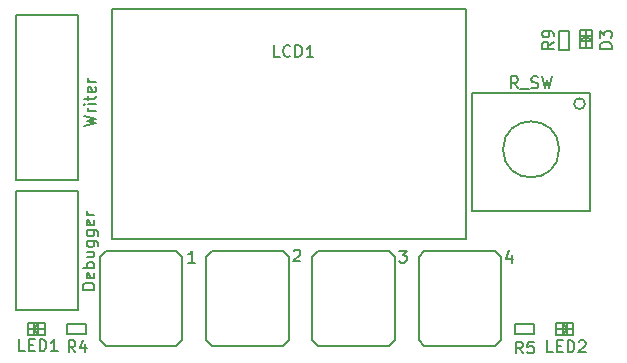
<source format=gto>
G04 #@! TF.GenerationSoftware,KiCad,Pcbnew,(5.0.0)*
G04 #@! TF.CreationDate,2018-08-26T14:27:57+09:00*
G04 #@! TF.ProjectId,lancer_subbord,6C616E6365725F737562626F72642E6B,rev?*
G04 #@! TF.SameCoordinates,Original*
G04 #@! TF.FileFunction,Legend,Top*
G04 #@! TF.FilePolarity,Positive*
%FSLAX46Y46*%
G04 Gerber Fmt 4.6, Leading zero omitted, Abs format (unit mm)*
G04 Created by KiCad (PCBNEW (5.0.0)) date 08/26/18 14:27:57*
%MOMM*%
%LPD*%
G01*
G04 APERTURE LIST*
%ADD10C,0.150000*%
G04 APERTURE END LIST*
D10*
G04 #@! TO.C,R_SW*
X176084619Y-94500000D02*
G75*
G03X176084619Y-94500000I-459619J0D01*
G01*
X173896708Y-98375000D02*
G75*
G03X173896708Y-98375000I-2371708J0D01*
G01*
X166525000Y-93625000D02*
X166525000Y-103625000D01*
X166525000Y-103625000D02*
X176525000Y-103625000D01*
X176525000Y-93625000D02*
X176525000Y-103625000D01*
X166525000Y-93625000D02*
X176525000Y-93625000D01*
G04 #@! TO.C,LCD1*
X136000000Y-106000000D02*
X166000000Y-106000000D01*
X136000000Y-86500000D02*
X136000000Y-106000000D01*
X166000000Y-86500000D02*
X136000000Y-86500000D01*
X166000000Y-106000000D02*
X166000000Y-86500000D01*
G04 #@! TO.C,Writer*
X133200000Y-101000000D02*
X133200000Y-87000000D01*
X127900000Y-101000000D02*
X133200000Y-101000000D01*
X127900000Y-101000000D02*
X127900000Y-87000000D01*
X127900000Y-87000000D02*
X133200000Y-87000000D01*
G04 #@! TO.C,3*
X153000000Y-114500000D02*
X153500000Y-115000000D01*
X153500000Y-107000000D02*
X153000000Y-107500000D01*
X160000000Y-107500000D02*
X159500000Y-107000000D01*
X160000000Y-114500000D02*
X159500000Y-115000000D01*
X153000000Y-114500000D02*
X153000000Y-107500000D01*
X153500000Y-107000000D02*
X159500000Y-107000000D01*
X159500000Y-115000000D02*
X153500000Y-115000000D01*
X160000000Y-107500000D02*
X160000000Y-114500000D01*
G04 #@! TO.C,1*
X135000000Y-114500000D02*
X135500000Y-115000000D01*
X135500000Y-107000000D02*
X135000000Y-107500000D01*
X142000000Y-107500000D02*
X141500000Y-107000000D01*
X142000000Y-114500000D02*
X141500000Y-115000000D01*
X135000000Y-114500000D02*
X135000000Y-107500000D01*
X135500000Y-107000000D02*
X141500000Y-107000000D01*
X141500000Y-115000000D02*
X135500000Y-115000000D01*
X142000000Y-107500000D02*
X142000000Y-114500000D01*
G04 #@! TO.C,R9*
X174700000Y-88350000D02*
X174700000Y-89950000D01*
X174700000Y-88350000D02*
X173900000Y-88350000D01*
X173900000Y-88350000D02*
X173900000Y-89950000D01*
X174700000Y-89950000D02*
X173900000Y-89950000D01*
G04 #@! TO.C,R5*
X170150000Y-113200000D02*
X171750000Y-113200000D01*
X170150000Y-113200000D02*
X170150000Y-114000000D01*
X170150000Y-114000000D02*
X171750000Y-114000000D01*
X171750000Y-113200000D02*
X171750000Y-114000000D01*
G04 #@! TO.C,R4*
X133850000Y-114000000D02*
X132250000Y-114000000D01*
X133850000Y-114000000D02*
X133850000Y-113200000D01*
X133850000Y-113200000D02*
X132250000Y-113200000D01*
X132250000Y-114000000D02*
X132250000Y-113200000D01*
G04 #@! TO.C,Debugger*
X133200000Y-101900000D02*
X133200000Y-112000000D01*
X127900000Y-102000000D02*
X127900000Y-112000000D01*
X127900000Y-112000000D02*
X127900000Y-101900000D01*
X127900000Y-112000000D02*
X133200000Y-112000000D01*
X127900000Y-101900000D02*
X133200000Y-101900000D01*
G04 #@! TO.C,D3*
X176200000Y-88300000D02*
X176200000Y-89800000D01*
X176200000Y-88800000D02*
X175700000Y-88800000D01*
X176200000Y-88800000D02*
X176700000Y-88800000D01*
X176700000Y-89200000D02*
X176200000Y-88800000D01*
X176200000Y-88800000D02*
X175700000Y-89200000D01*
X175700000Y-89200000D02*
X176700000Y-89200000D01*
X175700000Y-88300000D02*
X176700000Y-88300000D01*
X175700000Y-89800000D02*
X175700000Y-88300000D01*
X176700000Y-89800000D02*
X175700000Y-89800000D01*
X176700000Y-88300000D02*
X176700000Y-89800000D01*
G04 #@! TO.C,LED2*
X175100000Y-113600000D02*
X173600000Y-113600000D01*
X174600000Y-113600000D02*
X174600000Y-113100000D01*
X174600000Y-113600000D02*
X174600000Y-114100000D01*
X174200000Y-114100000D02*
X174600000Y-113600000D01*
X174600000Y-113600000D02*
X174200000Y-113100000D01*
X174200000Y-113100000D02*
X174200000Y-114100000D01*
X175100000Y-113100000D02*
X175100000Y-114100000D01*
X173600000Y-113100000D02*
X175100000Y-113100000D01*
X173600000Y-114100000D02*
X173600000Y-113100000D01*
X175100000Y-114100000D02*
X173600000Y-114100000D01*
G04 #@! TO.C,LED1*
X128900000Y-113600000D02*
X130400000Y-113600000D01*
X129400000Y-113600000D02*
X129400000Y-114100000D01*
X129400000Y-113600000D02*
X129400000Y-113100000D01*
X129800000Y-113100000D02*
X129400000Y-113600000D01*
X129400000Y-113600000D02*
X129800000Y-114100000D01*
X129800000Y-114100000D02*
X129800000Y-113100000D01*
X128900000Y-114100000D02*
X128900000Y-113100000D01*
X130400000Y-114100000D02*
X128900000Y-114100000D01*
X130400000Y-113100000D02*
X130400000Y-114100000D01*
X128900000Y-113100000D02*
X130400000Y-113100000D01*
G04 #@! TO.C,2*
X144000000Y-114500000D02*
X144500000Y-115000000D01*
X144500000Y-107000000D02*
X144000000Y-107500000D01*
X151000000Y-107500000D02*
X150500000Y-107000000D01*
X151000000Y-114500000D02*
X150500000Y-115000000D01*
X144000000Y-114500000D02*
X144000000Y-107500000D01*
X144500000Y-107000000D02*
X150500000Y-107000000D01*
X150500000Y-115000000D02*
X144500000Y-115000000D01*
X151000000Y-107500000D02*
X151000000Y-114500000D01*
G04 #@! TO.C,4*
X162000000Y-114500000D02*
X162500000Y-115000000D01*
X162500000Y-107000000D02*
X162000000Y-107500000D01*
X169000000Y-107500000D02*
X168500000Y-107000000D01*
X169000000Y-114500000D02*
X168500000Y-115000000D01*
X162000000Y-114500000D02*
X162000000Y-107500000D01*
X162500000Y-107000000D02*
X168500000Y-107000000D01*
X168500000Y-115000000D02*
X162500000Y-115000000D01*
X169000000Y-107500000D02*
X169000000Y-114500000D01*
G04 #@! TO.C,R_SW*
X170405952Y-93202380D02*
X170072619Y-92726190D01*
X169834523Y-93202380D02*
X169834523Y-92202380D01*
X170215476Y-92202380D01*
X170310714Y-92250000D01*
X170358333Y-92297619D01*
X170405952Y-92392857D01*
X170405952Y-92535714D01*
X170358333Y-92630952D01*
X170310714Y-92678571D01*
X170215476Y-92726190D01*
X169834523Y-92726190D01*
X170596428Y-93297619D02*
X171358333Y-93297619D01*
X171548809Y-93154761D02*
X171691666Y-93202380D01*
X171929761Y-93202380D01*
X172025000Y-93154761D01*
X172072619Y-93107142D01*
X172120238Y-93011904D01*
X172120238Y-92916666D01*
X172072619Y-92821428D01*
X172025000Y-92773809D01*
X171929761Y-92726190D01*
X171739285Y-92678571D01*
X171644047Y-92630952D01*
X171596428Y-92583333D01*
X171548809Y-92488095D01*
X171548809Y-92392857D01*
X171596428Y-92297619D01*
X171644047Y-92250000D01*
X171739285Y-92202380D01*
X171977380Y-92202380D01*
X172120238Y-92250000D01*
X172453571Y-92202380D02*
X172691666Y-93202380D01*
X172882142Y-92488095D01*
X173072619Y-93202380D01*
X173310714Y-92202380D01*
G04 #@! TO.C,LCD1*
X150233333Y-90552380D02*
X149757142Y-90552380D01*
X149757142Y-89552380D01*
X151138095Y-90457142D02*
X151090476Y-90504761D01*
X150947619Y-90552380D01*
X150852380Y-90552380D01*
X150709523Y-90504761D01*
X150614285Y-90409523D01*
X150566666Y-90314285D01*
X150519047Y-90123809D01*
X150519047Y-89980952D01*
X150566666Y-89790476D01*
X150614285Y-89695238D01*
X150709523Y-89600000D01*
X150852380Y-89552380D01*
X150947619Y-89552380D01*
X151090476Y-89600000D01*
X151138095Y-89647619D01*
X151566666Y-90552380D02*
X151566666Y-89552380D01*
X151804761Y-89552380D01*
X151947619Y-89600000D01*
X152042857Y-89695238D01*
X152090476Y-89790476D01*
X152138095Y-89980952D01*
X152138095Y-90123809D01*
X152090476Y-90314285D01*
X152042857Y-90409523D01*
X151947619Y-90504761D01*
X151804761Y-90552380D01*
X151566666Y-90552380D01*
X153090476Y-90552380D02*
X152519047Y-90552380D01*
X152804761Y-90552380D02*
X152804761Y-89552380D01*
X152709523Y-89695238D01*
X152614285Y-89790476D01*
X152519047Y-89838095D01*
G04 #@! TO.C,Writer*
X133652380Y-96400000D02*
X134652380Y-96161904D01*
X133938095Y-95971428D01*
X134652380Y-95780952D01*
X133652380Y-95542857D01*
X134652380Y-95161904D02*
X133985714Y-95161904D01*
X134176190Y-95161904D02*
X134080952Y-95114285D01*
X134033333Y-95066666D01*
X133985714Y-94971428D01*
X133985714Y-94876190D01*
X134652380Y-94542857D02*
X133985714Y-94542857D01*
X133652380Y-94542857D02*
X133700000Y-94590476D01*
X133747619Y-94542857D01*
X133700000Y-94495238D01*
X133652380Y-94542857D01*
X133747619Y-94542857D01*
X133985714Y-94209523D02*
X133985714Y-93828571D01*
X133652380Y-94066666D02*
X134509523Y-94066666D01*
X134604761Y-94019047D01*
X134652380Y-93923809D01*
X134652380Y-93828571D01*
X134604761Y-93114285D02*
X134652380Y-93209523D01*
X134652380Y-93400000D01*
X134604761Y-93495238D01*
X134509523Y-93542857D01*
X134128571Y-93542857D01*
X134033333Y-93495238D01*
X133985714Y-93400000D01*
X133985714Y-93209523D01*
X134033333Y-93114285D01*
X134128571Y-93066666D01*
X134223809Y-93066666D01*
X134319047Y-93542857D01*
X134652380Y-92638095D02*
X133985714Y-92638095D01*
X134176190Y-92638095D02*
X134080952Y-92590476D01*
X134033333Y-92542857D01*
X133985714Y-92447619D01*
X133985714Y-92352380D01*
G04 #@! TO.C,3*
X160366666Y-106952380D02*
X160985714Y-106952380D01*
X160652380Y-107333333D01*
X160795238Y-107333333D01*
X160890476Y-107380952D01*
X160938095Y-107428571D01*
X160985714Y-107523809D01*
X160985714Y-107761904D01*
X160938095Y-107857142D01*
X160890476Y-107904761D01*
X160795238Y-107952380D01*
X160509523Y-107952380D01*
X160414285Y-107904761D01*
X160366666Y-107857142D01*
G04 #@! TO.C,1*
X143085714Y-107952380D02*
X142514285Y-107952380D01*
X142800000Y-107952380D02*
X142800000Y-106952380D01*
X142704761Y-107095238D01*
X142609523Y-107190476D01*
X142514285Y-107238095D01*
G04 #@! TO.C,R9*
X173452380Y-89266666D02*
X172976190Y-89600000D01*
X173452380Y-89838095D02*
X172452380Y-89838095D01*
X172452380Y-89457142D01*
X172500000Y-89361904D01*
X172547619Y-89314285D01*
X172642857Y-89266666D01*
X172785714Y-89266666D01*
X172880952Y-89314285D01*
X172928571Y-89361904D01*
X172976190Y-89457142D01*
X172976190Y-89838095D01*
X173452380Y-88790476D02*
X173452380Y-88600000D01*
X173404761Y-88504761D01*
X173357142Y-88457142D01*
X173214285Y-88361904D01*
X173023809Y-88314285D01*
X172642857Y-88314285D01*
X172547619Y-88361904D01*
X172500000Y-88409523D01*
X172452380Y-88504761D01*
X172452380Y-88695238D01*
X172500000Y-88790476D01*
X172547619Y-88838095D01*
X172642857Y-88885714D01*
X172880952Y-88885714D01*
X172976190Y-88838095D01*
X173023809Y-88790476D01*
X173071428Y-88695238D01*
X173071428Y-88504761D01*
X173023809Y-88409523D01*
X172976190Y-88361904D01*
X172880952Y-88314285D01*
G04 #@! TO.C,R5*
X170833333Y-115652380D02*
X170500000Y-115176190D01*
X170261904Y-115652380D02*
X170261904Y-114652380D01*
X170642857Y-114652380D01*
X170738095Y-114700000D01*
X170785714Y-114747619D01*
X170833333Y-114842857D01*
X170833333Y-114985714D01*
X170785714Y-115080952D01*
X170738095Y-115128571D01*
X170642857Y-115176190D01*
X170261904Y-115176190D01*
X171738095Y-114652380D02*
X171261904Y-114652380D01*
X171214285Y-115128571D01*
X171261904Y-115080952D01*
X171357142Y-115033333D01*
X171595238Y-115033333D01*
X171690476Y-115080952D01*
X171738095Y-115128571D01*
X171785714Y-115223809D01*
X171785714Y-115461904D01*
X171738095Y-115557142D01*
X171690476Y-115604761D01*
X171595238Y-115652380D01*
X171357142Y-115652380D01*
X171261904Y-115604761D01*
X171214285Y-115557142D01*
G04 #@! TO.C,R4*
X132933333Y-115552380D02*
X132600000Y-115076190D01*
X132361904Y-115552380D02*
X132361904Y-114552380D01*
X132742857Y-114552380D01*
X132838095Y-114600000D01*
X132885714Y-114647619D01*
X132933333Y-114742857D01*
X132933333Y-114885714D01*
X132885714Y-114980952D01*
X132838095Y-115028571D01*
X132742857Y-115076190D01*
X132361904Y-115076190D01*
X133790476Y-114885714D02*
X133790476Y-115552380D01*
X133552380Y-114504761D02*
X133314285Y-115219047D01*
X133933333Y-115219047D01*
G04 #@! TO.C,Debugger*
X134552380Y-110238095D02*
X133552380Y-110238095D01*
X133552380Y-110000000D01*
X133600000Y-109857142D01*
X133695238Y-109761904D01*
X133790476Y-109714285D01*
X133980952Y-109666666D01*
X134123809Y-109666666D01*
X134314285Y-109714285D01*
X134409523Y-109761904D01*
X134504761Y-109857142D01*
X134552380Y-110000000D01*
X134552380Y-110238095D01*
X134504761Y-108857142D02*
X134552380Y-108952380D01*
X134552380Y-109142857D01*
X134504761Y-109238095D01*
X134409523Y-109285714D01*
X134028571Y-109285714D01*
X133933333Y-109238095D01*
X133885714Y-109142857D01*
X133885714Y-108952380D01*
X133933333Y-108857142D01*
X134028571Y-108809523D01*
X134123809Y-108809523D01*
X134219047Y-109285714D01*
X134552380Y-108380952D02*
X133552380Y-108380952D01*
X133933333Y-108380952D02*
X133885714Y-108285714D01*
X133885714Y-108095238D01*
X133933333Y-108000000D01*
X133980952Y-107952380D01*
X134076190Y-107904761D01*
X134361904Y-107904761D01*
X134457142Y-107952380D01*
X134504761Y-108000000D01*
X134552380Y-108095238D01*
X134552380Y-108285714D01*
X134504761Y-108380952D01*
X133885714Y-107047619D02*
X134552380Y-107047619D01*
X133885714Y-107476190D02*
X134409523Y-107476190D01*
X134504761Y-107428571D01*
X134552380Y-107333333D01*
X134552380Y-107190476D01*
X134504761Y-107095238D01*
X134457142Y-107047619D01*
X133885714Y-106142857D02*
X134695238Y-106142857D01*
X134790476Y-106190476D01*
X134838095Y-106238095D01*
X134885714Y-106333333D01*
X134885714Y-106476190D01*
X134838095Y-106571428D01*
X134504761Y-106142857D02*
X134552380Y-106238095D01*
X134552380Y-106428571D01*
X134504761Y-106523809D01*
X134457142Y-106571428D01*
X134361904Y-106619047D01*
X134076190Y-106619047D01*
X133980952Y-106571428D01*
X133933333Y-106523809D01*
X133885714Y-106428571D01*
X133885714Y-106238095D01*
X133933333Y-106142857D01*
X133885714Y-105238095D02*
X134695238Y-105238095D01*
X134790476Y-105285714D01*
X134838095Y-105333333D01*
X134885714Y-105428571D01*
X134885714Y-105571428D01*
X134838095Y-105666666D01*
X134504761Y-105238095D02*
X134552380Y-105333333D01*
X134552380Y-105523809D01*
X134504761Y-105619047D01*
X134457142Y-105666666D01*
X134361904Y-105714285D01*
X134076190Y-105714285D01*
X133980952Y-105666666D01*
X133933333Y-105619047D01*
X133885714Y-105523809D01*
X133885714Y-105333333D01*
X133933333Y-105238095D01*
X134504761Y-104380952D02*
X134552380Y-104476190D01*
X134552380Y-104666666D01*
X134504761Y-104761904D01*
X134409523Y-104809523D01*
X134028571Y-104809523D01*
X133933333Y-104761904D01*
X133885714Y-104666666D01*
X133885714Y-104476190D01*
X133933333Y-104380952D01*
X134028571Y-104333333D01*
X134123809Y-104333333D01*
X134219047Y-104809523D01*
X134552380Y-103904761D02*
X133885714Y-103904761D01*
X134076190Y-103904761D02*
X133980952Y-103857142D01*
X133933333Y-103809523D01*
X133885714Y-103714285D01*
X133885714Y-103619047D01*
G04 #@! TO.C,D3*
X178352380Y-89838095D02*
X177352380Y-89838095D01*
X177352380Y-89600000D01*
X177400000Y-89457142D01*
X177495238Y-89361904D01*
X177590476Y-89314285D01*
X177780952Y-89266666D01*
X177923809Y-89266666D01*
X178114285Y-89314285D01*
X178209523Y-89361904D01*
X178304761Y-89457142D01*
X178352380Y-89600000D01*
X178352380Y-89838095D01*
X177352380Y-88933333D02*
X177352380Y-88314285D01*
X177733333Y-88647619D01*
X177733333Y-88504761D01*
X177780952Y-88409523D01*
X177828571Y-88361904D01*
X177923809Y-88314285D01*
X178161904Y-88314285D01*
X178257142Y-88361904D01*
X178304761Y-88409523D01*
X178352380Y-88504761D01*
X178352380Y-88790476D01*
X178304761Y-88885714D01*
X178257142Y-88933333D01*
G04 #@! TO.C,LED2*
X173380952Y-115552380D02*
X172904761Y-115552380D01*
X172904761Y-114552380D01*
X173714285Y-115028571D02*
X174047619Y-115028571D01*
X174190476Y-115552380D02*
X173714285Y-115552380D01*
X173714285Y-114552380D01*
X174190476Y-114552380D01*
X174619047Y-115552380D02*
X174619047Y-114552380D01*
X174857142Y-114552380D01*
X175000000Y-114600000D01*
X175095238Y-114695238D01*
X175142857Y-114790476D01*
X175190476Y-114980952D01*
X175190476Y-115123809D01*
X175142857Y-115314285D01*
X175095238Y-115409523D01*
X175000000Y-115504761D01*
X174857142Y-115552380D01*
X174619047Y-115552380D01*
X175571428Y-114647619D02*
X175619047Y-114600000D01*
X175714285Y-114552380D01*
X175952380Y-114552380D01*
X176047619Y-114600000D01*
X176095238Y-114647619D01*
X176142857Y-114742857D01*
X176142857Y-114838095D01*
X176095238Y-114980952D01*
X175523809Y-115552380D01*
X176142857Y-115552380D01*
G04 #@! TO.C,LED1*
X128680952Y-115452380D02*
X128204761Y-115452380D01*
X128204761Y-114452380D01*
X129014285Y-114928571D02*
X129347619Y-114928571D01*
X129490476Y-115452380D02*
X129014285Y-115452380D01*
X129014285Y-114452380D01*
X129490476Y-114452380D01*
X129919047Y-115452380D02*
X129919047Y-114452380D01*
X130157142Y-114452380D01*
X130300000Y-114500000D01*
X130395238Y-114595238D01*
X130442857Y-114690476D01*
X130490476Y-114880952D01*
X130490476Y-115023809D01*
X130442857Y-115214285D01*
X130395238Y-115309523D01*
X130300000Y-115404761D01*
X130157142Y-115452380D01*
X129919047Y-115452380D01*
X131442857Y-115452380D02*
X130871428Y-115452380D01*
X131157142Y-115452380D02*
X131157142Y-114452380D01*
X131061904Y-114595238D01*
X130966666Y-114690476D01*
X130871428Y-114738095D01*
G04 #@! TO.C,2*
X151414285Y-106947619D02*
X151461904Y-106900000D01*
X151557142Y-106852380D01*
X151795238Y-106852380D01*
X151890476Y-106900000D01*
X151938095Y-106947619D01*
X151985714Y-107042857D01*
X151985714Y-107138095D01*
X151938095Y-107280952D01*
X151366666Y-107852380D01*
X151985714Y-107852380D01*
G04 #@! TO.C,4*
X169890476Y-107285714D02*
X169890476Y-107952380D01*
X169652380Y-106904761D02*
X169414285Y-107619047D01*
X170033333Y-107619047D01*
G04 #@! TD*
M02*

</source>
